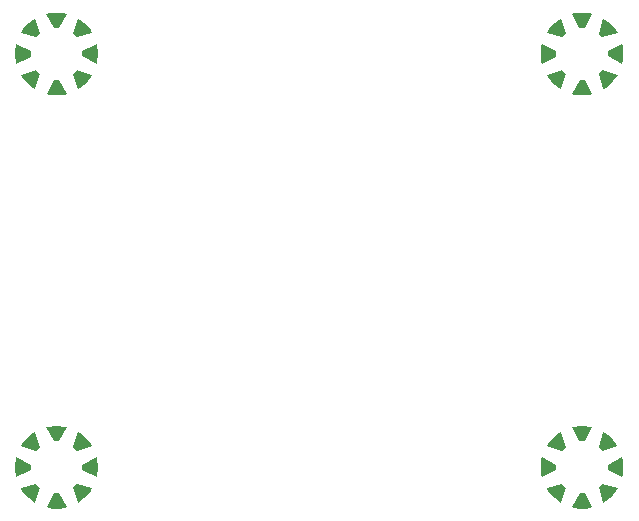
<source format=gbp>
G04*
G04 #@! TF.GenerationSoftware,Altium Limited,Altium Designer,20.0.7 (75)*
G04*
G04 Layer_Color=128*
%FSLAX44Y44*%
%MOMM*%
G71*
G01*
G75*
G36*
X6410Y34476D02*
X8507Y33950D01*
X2220Y21960D01*
X-2320D01*
X-8596Y33928D01*
Y33928D01*
X-8596D01*
X-6499Y34459D01*
X-2208Y34997D01*
X2117Y35003D01*
X6410Y34476D01*
D02*
G37*
G36*
X17913Y30069D02*
X19771Y28962D01*
X23185Y26308D01*
X26248Y23254D01*
X28911Y19846D01*
X30022Y17991D01*
X17098Y13958D01*
X13888Y17169D01*
X17913Y30069D01*
X17913Y30069D01*
Y30069D01*
D02*
G37*
G36*
X-13958Y17098D02*
X-17169Y13888D01*
X-30069Y17913D01*
X-30069Y17913D01*
X-28962Y19771D01*
X-26308Y23185D01*
X-23254Y26248D01*
X-19846Y28911D01*
X-17991Y30022D01*
X-13958Y17098D01*
D02*
G37*
G36*
X34459Y6499D02*
X34997Y2208D01*
X35003Y-2117D01*
X34476Y-6410D01*
X33950Y-8507D01*
X21960Y-2220D01*
Y2320D01*
X33928Y8596D01*
X33928D01*
X34459Y6499D01*
D02*
G37*
G36*
X-21960Y2220D02*
Y-2320D01*
X-33928Y-8596D01*
X-33928D01*
X-33928Y-8596D01*
X-34459Y-6499D01*
X-34997Y-2208D01*
X-35003Y2117D01*
X-34476Y6410D01*
X-33950Y8507D01*
X-21960Y2220D01*
D02*
G37*
G36*
X30069Y-17913D02*
X30069Y-17913D01*
X30069Y-17913D01*
X28962Y-19771D01*
X26308Y-23186D01*
X23254Y-26248D01*
X19846Y-28911D01*
X17991Y-30022D01*
X13958Y-17098D01*
X17169Y-13888D01*
X30069Y-17913D01*
D02*
G37*
G36*
X-13888Y-17169D02*
X-17913Y-30069D01*
X-17913Y-30069D01*
X-17913D01*
X-19771Y-28962D01*
X-23186Y-26308D01*
X-26248Y-23254D01*
X-28911Y-19846D01*
X-30022Y-17991D01*
X-17098Y-13958D01*
X-13888Y-17169D01*
D02*
G37*
G36*
X8596Y-33928D02*
Y-33928D01*
Y-33928D01*
X6499Y-34459D01*
X2208Y-34997D01*
X-2117Y-35003D01*
X-6410Y-34476D01*
X-8507Y-33950D01*
X-2220Y-21960D01*
X2320D01*
X8596Y-33928D01*
D02*
G37*
G36*
X6410Y384476D02*
X8507Y383950D01*
X2220Y371960D01*
X-2320D01*
X-8596Y383928D01*
Y383928D01*
X-8596D01*
X-6499Y384459D01*
X-2208Y384997D01*
X2117Y385003D01*
X6410Y384476D01*
D02*
G37*
G36*
X17913Y380069D02*
X19771Y378962D01*
X23185Y376308D01*
X26248Y373254D01*
X28911Y369846D01*
X30022Y367991D01*
X17098Y363958D01*
X13888Y367169D01*
X17913Y380069D01*
X17913Y380069D01*
Y380069D01*
D02*
G37*
G36*
X-13958Y367098D02*
X-17169Y363888D01*
X-30069Y367913D01*
X-30069Y367913D01*
X-28962Y369771D01*
X-26308Y373185D01*
X-23254Y376248D01*
X-19846Y378910D01*
X-17991Y380022D01*
X-13958Y367098D01*
D02*
G37*
G36*
X34459Y356499D02*
X34997Y352208D01*
X35003Y347883D01*
X34476Y343590D01*
X33950Y341493D01*
X21960Y347780D01*
Y352320D01*
X33928Y358596D01*
X33928D01*
X34459Y356499D01*
D02*
G37*
G36*
X-21960Y352220D02*
Y347680D01*
X-33928Y341404D01*
X-33928D01*
X-33928Y341404D01*
X-34459Y343501D01*
X-34997Y347792D01*
X-35003Y352117D01*
X-34476Y356410D01*
X-33950Y358507D01*
X-21960Y352220D01*
D02*
G37*
G36*
X30069Y332087D02*
X30069Y332087D01*
X30069Y332087D01*
X28962Y330229D01*
X26308Y326815D01*
X23254Y323752D01*
X19846Y321090D01*
X17991Y319978D01*
X13958Y332902D01*
X17169Y336112D01*
X30069Y332087D01*
D02*
G37*
G36*
X-13888Y332831D02*
X-17913Y319931D01*
X-17913Y319931D01*
X-17913D01*
X-19771Y321038D01*
X-23186Y323692D01*
X-26248Y326746D01*
X-28911Y330154D01*
X-30022Y332009D01*
X-17098Y336042D01*
X-13888Y332831D01*
D02*
G37*
G36*
X8596Y316072D02*
Y316072D01*
Y316072D01*
X6499Y315541D01*
X2208Y315003D01*
X-2117Y314997D01*
X-6410Y315524D01*
X-8507Y316050D01*
X-2220Y328040D01*
X2320D01*
X8596Y316072D01*
D02*
G37*
G36*
X451410Y34476D02*
X453507Y33950D01*
X447220Y21960D01*
X442680D01*
X436404Y33928D01*
Y33928D01*
X436404D01*
X438501Y34459D01*
X442792Y34997D01*
X447117Y35003D01*
X451410Y34476D01*
D02*
G37*
G36*
X462913Y30069D02*
X464771Y28962D01*
X468185Y26308D01*
X471248Y23254D01*
X473910Y19846D01*
X475022Y17991D01*
X462098Y13958D01*
X458888Y17169D01*
X462913Y30069D01*
X462913Y30069D01*
Y30069D01*
D02*
G37*
G36*
X431042Y17098D02*
X427831Y13888D01*
X414931Y17913D01*
X414931Y17913D01*
X416038Y19771D01*
X418692Y23185D01*
X421746Y26248D01*
X425154Y28911D01*
X427009Y30022D01*
X431042Y17098D01*
D02*
G37*
G36*
X479459Y6499D02*
X479997Y2208D01*
X480003Y-2117D01*
X479476Y-6410D01*
X478950Y-8507D01*
X466960Y-2220D01*
Y2320D01*
X478928Y8596D01*
X478928D01*
X479459Y6499D01*
D02*
G37*
G36*
X423040Y2220D02*
Y-2320D01*
X411072Y-8596D01*
X411072D01*
X411072Y-8596D01*
X410541Y-6499D01*
X410003Y-2208D01*
X409997Y2117D01*
X410524Y6410D01*
X411050Y8507D01*
X423040Y2220D01*
D02*
G37*
G36*
X475069Y-17913D02*
X475069Y-17913D01*
X475069Y-17913D01*
X473962Y-19771D01*
X471308Y-23186D01*
X468254Y-26248D01*
X464846Y-28911D01*
X462991Y-30022D01*
X458958Y-17098D01*
X462169Y-13888D01*
X475069Y-17913D01*
D02*
G37*
G36*
X431112Y-17169D02*
X427087Y-30069D01*
X427087Y-30069D01*
X427087D01*
X425229Y-28962D01*
X421815Y-26308D01*
X418752Y-23254D01*
X416090Y-19846D01*
X414978Y-17991D01*
X427902Y-13958D01*
X431112Y-17169D01*
D02*
G37*
G36*
X453596Y-33928D02*
Y-33928D01*
Y-33928D01*
X451499Y-34459D01*
X447208Y-34997D01*
X442883Y-35003D01*
X438590Y-34476D01*
X436493Y-33950D01*
X442780Y-21960D01*
X447320D01*
X453596Y-33928D01*
D02*
G37*
G36*
X451410Y384476D02*
X453507Y383950D01*
X447220Y371960D01*
X442680D01*
X436404Y383928D01*
Y383928D01*
X436404D01*
X438501Y384459D01*
X442792Y384997D01*
X447117Y385003D01*
X451410Y384476D01*
D02*
G37*
G36*
X462913Y380069D02*
X464771Y378962D01*
X468185Y376308D01*
X471248Y373254D01*
X473910Y369846D01*
X475022Y367991D01*
X462098Y363958D01*
X458888Y367169D01*
X462913Y380069D01*
X462913Y380069D01*
Y380069D01*
D02*
G37*
G36*
X431042Y367098D02*
X427831Y363888D01*
X414931Y367913D01*
X414931Y367913D01*
X416038Y369771D01*
X418692Y373185D01*
X421746Y376248D01*
X425154Y378910D01*
X427009Y380022D01*
X431042Y367098D01*
D02*
G37*
G36*
X479459Y356499D02*
X479997Y352208D01*
X480003Y347883D01*
X479476Y343590D01*
X478950Y341493D01*
X466960Y347780D01*
Y352320D01*
X478928Y358596D01*
X478928D01*
X479459Y356499D01*
D02*
G37*
G36*
X423040Y352220D02*
Y347680D01*
X411072Y341404D01*
X411072D01*
X411072Y341404D01*
X410541Y343501D01*
X410003Y347792D01*
X409997Y352117D01*
X410524Y356410D01*
X411050Y358507D01*
X423040Y352220D01*
D02*
G37*
G36*
X475069Y332087D02*
X475069Y332087D01*
X475069Y332087D01*
X473962Y330229D01*
X471308Y326815D01*
X468254Y323752D01*
X464846Y321090D01*
X462991Y319978D01*
X458958Y332902D01*
X462169Y336112D01*
X475069Y332087D01*
D02*
G37*
G36*
X431112Y332831D02*
X427087Y319931D01*
X427087Y319931D01*
X427087D01*
X425229Y321038D01*
X421815Y323692D01*
X418752Y326746D01*
X416090Y330154D01*
X414978Y332009D01*
X427902Y336042D01*
X431112Y332831D01*
D02*
G37*
G36*
X453596Y316072D02*
Y316072D01*
Y316072D01*
X451499Y315541D01*
X447208Y315003D01*
X442883Y314997D01*
X438590Y315524D01*
X436493Y316050D01*
X442780Y328040D01*
X447320D01*
X453596Y316072D01*
D02*
G37*
M02*

</source>
